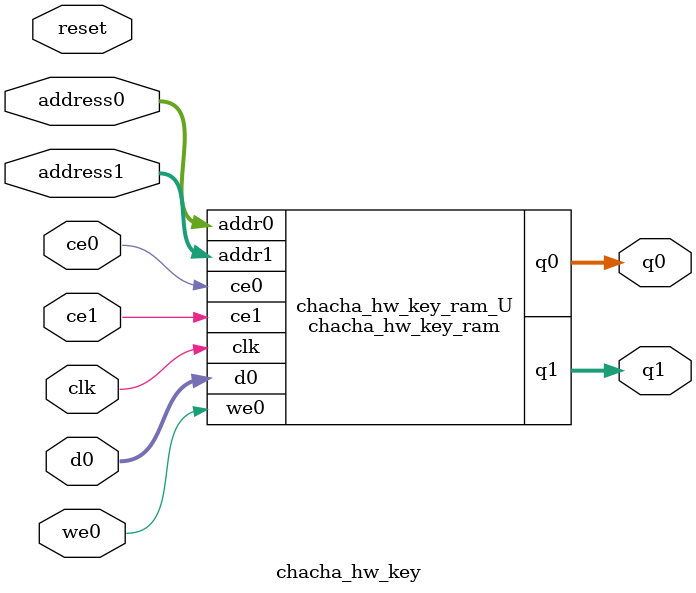
<source format=v>
`timescale 1 ns / 1 ps
module chacha_hw_key_ram (addr0, ce0, d0, we0, q0, addr1, ce1, q1,  clk);

parameter DWIDTH = 8;
parameter AWIDTH = 6;
parameter MEM_SIZE = 64;

input[AWIDTH-1:0] addr0;
input ce0;
input[DWIDTH-1:0] d0;
input we0;
output reg[DWIDTH-1:0] q0;
input[AWIDTH-1:0] addr1;
input ce1;
output reg[DWIDTH-1:0] q1;
input clk;

(* ram_style = "distributed" *)reg [DWIDTH-1:0] ram[0:MEM_SIZE-1];




always @(posedge clk)  
begin 
    if (ce0) 
    begin
        if (we0) 
        begin 
            ram[addr0] <= d0; 
        end 
        q0 <= ram[addr0];
    end
end


always @(posedge clk)  
begin 
    if (ce1) 
    begin
        q1 <= ram[addr1];
    end
end


endmodule

`timescale 1 ns / 1 ps
module chacha_hw_key(
    reset,
    clk,
    address0,
    ce0,
    we0,
    d0,
    q0,
    address1,
    ce1,
    q1);

parameter DataWidth = 32'd8;
parameter AddressRange = 32'd64;
parameter AddressWidth = 32'd6;
input reset;
input clk;
input[AddressWidth - 1:0] address0;
input ce0;
input we0;
input[DataWidth - 1:0] d0;
output[DataWidth - 1:0] q0;
input[AddressWidth - 1:0] address1;
input ce1;
output[DataWidth - 1:0] q1;



chacha_hw_key_ram chacha_hw_key_ram_U(
    .clk( clk ),
    .addr0( address0 ),
    .ce0( ce0 ),
    .we0( we0 ),
    .d0( d0 ),
    .q0( q0 ),
    .addr1( address1 ),
    .ce1( ce1 ),
    .q1( q1 ));

endmodule


</source>
